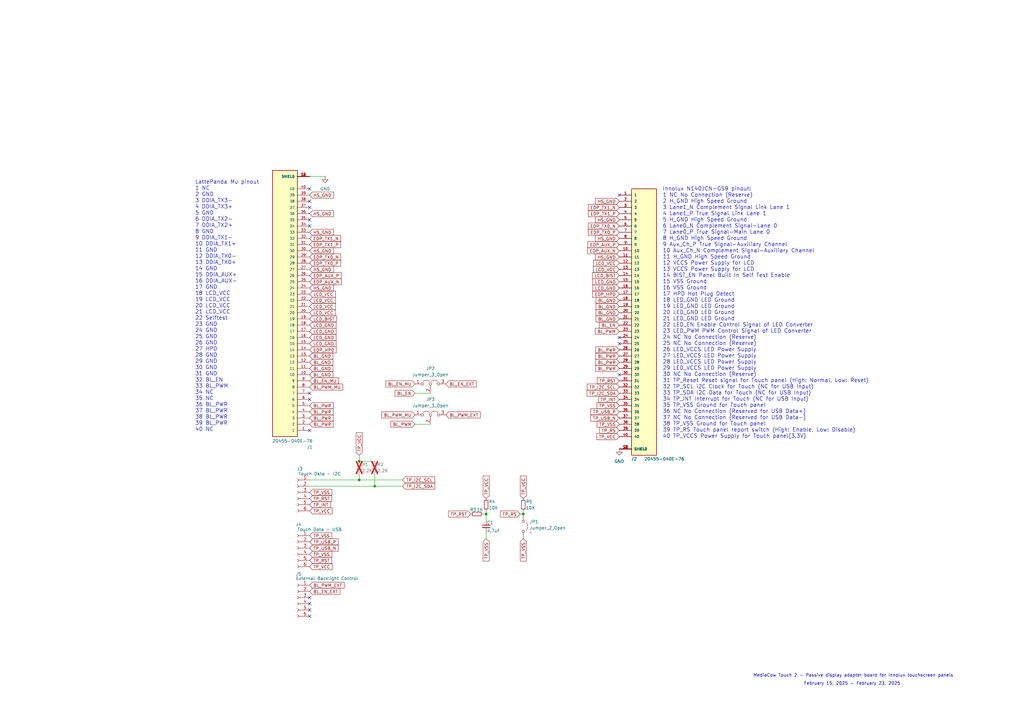
<source format=kicad_sch>
(kicad_sch (version 20231120) (generator "eeschema") (generator_version "8.0")
  (paper "A3")
  (lib_symbols
    (symbol "Connector:Conn_01x06_Socket" (pin_names (offset 1.016) hide)
      (property "Reference" "J" (at 0 7.62 0))
      (property "Value" "Conn_01x06_Socket" (at 0 -10.16 0))
      (symbol "Conn_01x06_Socket_1_1"
        (arc (start 0 -7.112) (mid -0.5058 -7.62) (end 0 -8.128) (stroke (width 0.1524)))
        (arc (start 0 -4.572) (mid -0.5058 -5.08) (end 0 -5.588) (stroke (width 0.1524)))
        (arc (start 0 -2.032) (mid -0.5058 -2.54) (end 0 -3.048) (stroke (width 0.1524)))
        (polyline (pts (xy -1.27 -7.62) (xy -0.508 -7.62)) (stroke (width 0.1524)))
        (polyline (pts (xy -1.27 -5.08) (xy -0.508 -5.08)) (stroke (width 0.1524)))
        (polyline (pts (xy -1.27 -2.54) (xy -0.508 -2.54)) (stroke (width 0.1524)))
        (polyline (pts (xy -1.27 0) (xy -0.508 0)) (stroke (width 0.1524)))
        (polyline (pts (xy -1.27 2.54) (xy -0.508 2.54)) (stroke (width 0.1524)))
        (polyline (pts (xy -1.27 5.08) (xy -0.508 5.08)) (stroke (width 0.1524)))
        (arc (start 0 0.508) (mid -0.5058 0) (end 0 -0.508) (stroke (width 0.1524)))
        (arc (start 0 3.048) (mid -0.5058 2.54) (end 0 2.032) (stroke (width 0.1524)))
        (arc (start 0 5.588) (mid -0.5058 5.08) (end 0 4.572) (stroke (width 0.1524)))
        (pin passive line (at -5.08 5.08 0) (length 3.81) (name "Pin_1") (number "1"))
        (pin passive line (at -5.08 2.54 0) (length 3.81) (name "Pin_2") (number "2"))
        (pin passive line (at -5.08 0 0) (length 3.81) (name "Pin_3") (number "3"))
        (pin passive line (at -5.08 -2.54 0) (length 3.81) (name "Pin_4") (number "4"))
        (pin passive line (at -5.08 -5.08 0) (length 3.81) (name "Pin_5") (number "5"))
        (pin passive line (at -5.08 -7.62 0) (length 3.81) (name "Pin_6") (number "6"))
      )
    )
    (symbol "Device:C_Small" (pin_numbers hide) (pin_names (offset 0.254) hide)
      (property "Reference" "C" (at 0.254 1.778 0))
      (property "Value" "C_Small" (at 0.254 -2.032 0))
      (symbol "C_Small_0_1"
        (polyline (pts (xy -1.524 -0.508) (xy 1.524 -0.508)) (stroke (width 0.3302)))
        (polyline (pts (xy -1.524 0.508) (xy 1.524 0.508)) (stroke (width 0.3048)))
      )
      (symbol "C_Small_1_1"
        (pin passive line (at 0 2.54 270) (length 2.032) (name "~") (number "1"))
        (pin passive line (at 0 -2.54 90) (length 2.032) (name "~") (number "2"))
      )
    )
    (symbol "Device:R_Small" (pin_numbers hide) (pin_names (offset 0.254) hide)
      (property "Reference" "R" (at 0.762 0.508 0))
      (property "Value" "R_Small" (at 0.762 -1.016 0))
      (symbol "R_Small_0_1"
        (rectangle (start -0.762 1.778) (end 0.762 -1.778) (stroke (width 0.2032)))
      )
      (symbol "R_Small_1_1"
        (pin passive line (at 0 2.54 270) (length 0.762) (name "~") (number "1"))
        (pin passive line (at 0 -2.54 90) (length 0.762) (name "~") (number "2"))
      )
    )
    (symbol "Jumper:Jumper_2_Open" (pin_numbers hide) (pin_names (offset 0) hide) (exclude_from_sim yes)
      (property "Reference" "JP" (at 0 2.794 0))
      (property "Value" "Jumper_2_Open" (at 0 -2.286 0))
      (symbol "Jumper_2_Open_0_0"
        (circle (center -2.032 0) (radius 0.508))
        (circle (center 2.032 0) (radius 0.508))
      )
      (symbol "Jumper_2_Open_0_1"
        (arc (start 1.524 1.27) (mid 0 1.778) (end -1.524 1.27))
      )
      (symbol "Jumper_2_Open_1_1"
        (pin passive line (at -5.08 0 0) (length 2.54) (name "A") (number "1"))
        (pin passive line (at 5.08 0 180) (length 2.54) (name "B") (number "2"))
      )
    )
    (symbol "Jumper:Jumper_3_Open" (pin_names (offset 0) hide) (exclude_from_sim yes) (in_bom no)
      (property "Reference" "JP" (at -2.54 -2.54 0))
      (property "Value" "Jumper_3_Open" (at 0 2.794 0))
      (symbol "Jumper_3_Open_0_0"
        (circle (center -3.302 0) (radius 0.508))
        (circle (center 0 0) (radius 0.508))
        (circle (center 3.302 0) (radius 0.508))
      )
      (symbol "Jumper_3_Open_0_1"
        (arc (start -0.254 1.016) (mid -1.651 1.4992) (end -3.048 1.016))
        (polyline (pts (xy 0 -0.508) (xy 0 -1.27)))
        (arc (start 3.048 1.016) (mid 1.651 1.4992) (end 0.254 1.016))
      )
      (symbol "Jumper_3_Open_1_1"
        (pin passive line (at -6.35 0 0) (length 2.54) (name "A") (number "1"))
        (pin passive line (at 0 -3.81 90) (length 2.54) (name "C") (number "2"))
        (pin passive line (at 6.35 0 180) (length 2.54) (name "B") (number "3"))
      )
    )
    (symbol "mediacow:20455-040E-76" (pin_names (offset 1.016))
      (property "Reference" "J" (at -5.08 54.102 0))
      (property "Value" "20455-040E-76" (at -5.08 -58.42 0))
      (symbol "20455-040E-76_0_0"
        (rectangle (start -5.08 -55.88) (end 5.08 53.34) (stroke (width 0.254)) (fill (type background)))
        (pin passive line (at -10.16 50.8 0) (length 5.08) (name "1") (number "1"))
        (pin passive line (at -10.16 27.94 0) (length 5.08) (name "10") (number "10"))
        (pin passive line (at -10.16 25.4 0) (length 5.08) (name "11") (number "11"))
        (pin passive line (at -10.16 22.86 0) (length 5.08) (name "12") (number "12"))
        (pin passive line (at -10.16 20.32 0) (length 5.08) (name "13") (number "13"))
        (pin passive line (at -10.16 17.78 0) (length 5.08) (name "14") (number "14"))
        (pin passive line (at -10.16 15.24 0) (length 5.08) (name "15") (number "15"))
        (pin passive line (at -10.16 12.7 0) (length 5.08) (name "16") (number "16"))
        (pin passive line (at -10.16 10.16 0) (length 5.08) (name "17") (number "17"))
        (pin passive line (at -10.16 7.62 0) (length 5.08) (name "18") (number "18"))
        (pin passive line (at -10.16 5.08 0) (length 5.08) (name "19") (number "19"))
        (pin passive line (at -10.16 48.26 0) (length 5.08) (name "2") (number "2"))
        (pin passive line (at -10.16 2.54 0) (length 5.08) (name "20") (number "20"))
        (pin passive line (at -10.16 0 0) (length 5.08) (name "21") (number "21"))
        (pin passive line (at -10.16 -2.54 0) (length 5.08) (name "22") (number "22"))
        (pin passive line (at -10.16 -5.08 0) (length 5.08) (name "23") (number "23"))
        (pin passive line (at -10.16 -7.62 0) (length 5.08) (name "24") (number "24"))
        (pin passive line (at -10.16 -10.16 0) (length 5.08) (name "25") (number "25"))
        (pin passive line (at -10.16 -12.7 0) (length 5.08) (name "26") (number "26"))
        (pin passive line (at -10.16 -15.24 0) (length 5.08) (name "27") (number "27"))
        (pin passive line (at -10.16 -17.78 0) (length 5.08) (name "28") (number "28"))
        (pin passive line (at -10.16 -20.32 0) (length 5.08) (name "29") (number "29"))
        (pin passive line (at -10.16 45.72 0) (length 5.08) (name "3") (number "3"))
        (pin passive line (at -10.16 -22.86 0) (length 5.08) (name "30") (number "30"))
        (pin passive line (at -10.16 -25.4 0) (length 5.08) (name "31") (number "31"))
        (pin passive line (at -10.16 -27.94 0) (length 5.08) (name "32") (number "32"))
        (pin passive line (at -10.16 -30.48 0) (length 5.08) (name "33") (number "33"))
        (pin passive line (at -10.16 -33.02 0) (length 5.08) (name "34") (number "34"))
        (pin passive line (at -10.16 -35.56 0) (length 5.08) (name "35") (number "35"))
        (pin passive line (at -10.16 -38.1 0) (length 5.08) (name "36") (number "36"))
        (pin passive line (at -10.16 -40.64 0) (length 5.08) (name "37") (number "37"))
        (pin passive line (at -10.16 -43.18 0) (length 5.08) (name "38") (number "38"))
        (pin passive line (at -10.16 -45.72 0) (length 5.08) (name "39") (number "39"))
        (pin passive line (at -10.16 43.18 0) (length 5.08) (name "4") (number "4"))
        (pin passive line (at -10.16 -48.26 0) (length 5.08) (name "40") (number "40"))
        (pin passive line (at -10.16 40.64 0) (length 5.08) (name "5") (number "5"))
        (pin passive line (at -10.16 38.1 0) (length 5.08) (name "6") (number "6"))
        (pin passive line (at -10.16 35.56 0) (length 5.08) (name "7") (number "7"))
        (pin passive line (at -10.16 33.02 0) (length 5.08) (name "8") (number "8"))
        (pin passive line (at -10.16 30.48 0) (length 5.08) (name "9") (number "9"))
        (pin passive line (at -10.16 -53.34 0) (length 5.08) (name "SHIELD") (number "S1"))
        (pin passive line (at -10.16 -53.34 0) (length 5.08) (name "SHIELD") (number "S2"))
        (pin passive line (at -10.16 -53.34 0) (length 5.08) (name "SHIELD") (number "S3"))
        (pin passive line (at -10.16 -53.34 0) (length 5.08) (name "SHIELD") (number "S4"))
      )
    )
    (symbol "power:GND" (power) (pin_numbers hide) (pin_names (offset 0) hide)
      (property "Value" "GND" (at 0 -3.81 0))
      (symbol "GND_0_1"
        (polyline (pts (xy 0 0) (xy 0 -1.27) (xy 1.27 -1.27) (xy 0 -2.54) (xy -1.27 -1.27) (xy 0 -1.27)))
      )
      (symbol "GND_1_1"
        (pin power_in line (at 0 0 270) (length 0) (name "~") (number "1"))
      )
    )
  )
  (junction (at 214.63 210.82))
  (junction (at 147.32 196.85))
  (junction (at 153.67 199.39))
  (junction (at 147.32 189.23))
  (junction (at 199.39 210.82))
  (no_connect (at 127 176.53))
  (no_connect (at 127 163.83))
  (no_connect (at 254 153.67))
  (no_connect (at 127 245.11))
  (no_connect (at 127 92.71))
  (no_connect (at 127 250.19))
  (no_connect (at 127 161.29))
  (no_connect (at 127 85.09))
  (no_connect (at 254 140.97))
  (no_connect (at 127 247.65))
  (no_connect (at 127 90.17))
  (no_connect (at 127 82.55))
  (no_connect (at 254 80.01))
  (no_connect (at 254 138.43))
  (no_connect (at 127 252.73))
  (no_connect (at 127 77.47))
  (wire (pts (xy 199.39 210.82) (xy 199.39 213.36)))
  (wire (pts (xy 213.36 210.82) (xy 214.63 210.82)))
  (wire (pts (xy 147.32 189.23) (xy 153.67 189.23)))
  (wire (pts (xy 147.32 196.85) (xy 127 196.85)))
  (wire (pts (xy 199.39 209.55) (xy 199.39 210.82)))
  (wire (pts (xy 153.67 194.31) (xy 153.67 199.39)))
  (wire (pts (xy 165.1 196.85) (xy 147.32 196.85)))
  (wire (pts (xy 170.18 173.99) (xy 176.53 173.99)))
  (wire (pts (xy 165.1 199.39) (xy 153.67 199.39)))
  (wire (pts (xy 153.67 199.39) (xy 127 199.39)))
  (wire (pts (xy 127 72.39) (xy 133.35 72.39)))
  (wire (pts (xy 198.12 210.82) (xy 199.39 210.82)))
  (wire (pts (xy 147.32 186.69) (xy 147.32 189.23)))
  (wire (pts (xy 170.18 161.29) (xy 176.53 161.29)))
  (wire (pts (xy 199.39 220.98) (xy 199.39 218.44)))
  (wire (pts (xy 214.63 210.82) (xy 214.63 209.55)))
  (wire (pts (xy 147.32 194.31) (xy 147.32 196.85)))
  (text "LattePanda Mu pinout\n1 NC\n2 GND\n3 DDIA_TX3-\n4 DDIA_TX3+\n5 GND\n6 DDIA_TX2-\n7 DDIA_TX2+\n8 GND\n9 DDIA_TX1-\n10 DDIA_TX1+\n11 GND\n12 DDIA_TX0-\n13 DDIA_TX0+\n14 GND\n15 DDIA_AUX+\n16 DDIA_AUX-\n17 GND\n18 LCD_VCC\n19 LCD_VCC\n20 LCD_VCC\n21 LCD_VCC\n22 Selftest\n23 GND\n24 GND\n25 GND\n26 GND\n27 HPD\n28 GND\n29 GND\n30 GND\n31 GND\n32 BL_EN\n33 BL_PWM\n34 NC\n35 NC\n36 BL_PWR\n37 BL_PWR\n38 BL_PWR\n39 BL_PWR\n40 NC\n" (at 80.01 125.476 0) (effects (font (size 1.5748 1.5748)) (justify left)))
  (text "MediaCow Touch 2 - Passive display adapter board for Innolux touchscreen panels" (at 350.012 277.114 0) (effects (font (size 1.27 1.27))))
  (text "February 15, 2025 - February 23, 2025" (at 349.504 280.416 0) (effects (font (size 1.27 1.27))))
  (text "Innolux N140JCN-GS9 pinout:\n1 NC No Connection (Reserve)\n2 H_GND High Speed Ground\n3 Lane1_N Complement Signal Link Lane 1\n4 Lane1_P True Signal Link Lane 1\n5 H_GND High Speed Ground\n6 Lane0_N Complement Signal-Lane 0\n7 Lane0_P True Signal-Main Lane 0\n8 H_GND High Speed Ground\n9 Aux_Ch_P True Signal-Auxiliary Channel\n10 Aux_Ch_N Complement Signal-Auxiliary Channel\n11 H_GND High Speed Ground\n12 VCCS Power Supply for LCD\n13 VCCS Power Supply for LCD\n14 BIST_EN Panel Built In Self Test Enable\n15 VSS Ground\n16 VSS Ground\n17 HPD Hot Plug Detect\n18 LED_GND LED Ground\n19 LED_GND LED Ground\n20 LED_GND LED Ground\n21 LED_GND LED Ground\n22 LED_EN Enable Control Signal of LED Converter\n23 LED_PWM PWM Control Signal of LED Converter\n24 NC No Connection (Reserve)\n25 NC No Connection (Reserve)\n26 LED_VCCS LED Power Supply\n27 LED_VCCS LED Power Supply\n28 LED_VCCS LED Power Supply\n29 LED_VCCS LED Power Supply\n30 NC No Connection (Reserve)\n31 TP_Reset Reset signal for Touch panel (High: Normal, Low: Reset)\n32 TP_SCL I2C Clock for Touch (NC for USB Input)\n33 TP_SDA I2C Data for Touch (NC for USB Input)\n34 TP_INT Interrupt for Touch (NC for USB Input)\n35 TP_VSS Ground for Touch panel\n36 NC No Connection (Reserved for USB Data+)\n37 NC No Connection (Reserved for USB Data-)\n38 TP_VSS Ground for Touch panel\n39 TP_RS Touch panel report switch (High: Enable, Low: Disable)\n40 TP_VCCS Power Supply for Touch panel(3.3V)\n" (at 271.78 128.27 0) (effects (font (size 1.5748 1.5748)) (justify left)))
  (global_label "BL_GND" (shape input) (at 127 151.13 0) (property "Intersheetrefs" "${INTERSHEET_REFS}" (effects (hide yes))))
  (global_label "HS_GND" (shape input) (at 254 97.79 180) (property "Intersheetrefs" "${INTERSHEET_REFS}" (effects (hide yes))))
  (global_label "HS_GND" (shape input) (at 127 102.87 0) (property "Intersheetrefs" "${INTERSHEET_REFS}" (effects (hide yes))))
  (global_label "BL_PWM" (shape input) (at 254 135.89 180) (property "Intersheetrefs" "${INTERSHEET_REFS}" (effects (hide yes))))
  (global_label "LCD_VCC" (shape input) (at 127 120.65 0) (property "Intersheetrefs" "${INTERSHEET_REFS}" (effects (hide yes))))
  (global_label "TP_USB_N" (shape input) (at 127 224.79 0) (property "Intersheetrefs" "${INTERSHEET_REFS}" (effects (hide yes))))
  (global_label "HS_GND" (shape input) (at 127 95.25 0) (property "Intersheetrefs" "${INTERSHEET_REFS}" (effects (hide yes))))
  (global_label "BL_GND" (shape input) (at 254 130.81 180) (property "Intersheetrefs" "${INTERSHEET_REFS}" (effects (hide yes))))
  (global_label "TP_RST" (shape input) (at 193.04 210.82 180) (property "Intersheetrefs" "${INTERSHEET_REFS}" (effects (hide yes))))
  (global_label "BL_PWM_MU" (shape input) (at 170.18 170.18 180) (property "Intersheetrefs" "${INTERSHEET_REFS}" (effects (hide yes))))
  (global_label "TP_RST" (shape input) (at 127 229.87 0) (property "Intersheetrefs" "${INTERSHEET_REFS}" (effects (hide yes))))
  (global_label "LCD_VCC" (shape input) (at 127 128.27 0) (property "Intersheetrefs" "${INTERSHEET_REFS}" (effects (hide yes))))
  (global_label "EDP_TX1_N" (shape input) (at 127 97.79 0) (property "Intersheetrefs" "${INTERSHEET_REFS}" (effects (hide yes))))
  (global_label "EDP_HPD" (shape input) (at 254 120.65 180) (property "Intersheetrefs" "${INTERSHEET_REFS}" (effects (hide yes))))
  (global_label "HS_GND" (shape input) (at 127 87.63 0) (property "Intersheetrefs" "${INTERSHEET_REFS}" (effects (hide yes))))
  (global_label "TP_RS" (shape input) (at 213.36 210.82 180) (property "Intersheetrefs" "${INTERSHEET_REFS}" (effects (hide yes))))
  (global_label "LCD_VCC" (shape input) (at 127 123.19 0) (property "Intersheetrefs" "${INTERSHEET_REFS}" (effects (hide yes))))
  (global_label "HS_GND" (shape input) (at 254 82.55 180) (property "Intersheetrefs" "${INTERSHEET_REFS}" (effects (hide yes))))
  (global_label "TP_VCC" (shape input) (at 147.32 186.69 90) (property "Intersheetrefs" "${INTERSHEET_REFS}" (effects (hide yes))))
  (global_label "EDP_TX0_P" (shape input) (at 254 95.25 180) (property "Intersheetrefs" "${INTERSHEET_REFS}" (effects (hide yes))))
  (global_label "LCD_VCC" (shape input) (at 254 107.95 180) (property "Intersheetrefs" "${INTERSHEET_REFS}" (effects (hide yes))))
  (global_label "EDP_TX0_P" (shape input) (at 127 107.95 0) (property "Intersheetrefs" "${INTERSHEET_REFS}" (effects (hide yes))))
  (global_label "BL_GND" (shape input) (at 127 146.05 0) (property "Intersheetrefs" "${INTERSHEET_REFS}" (effects (hide yes))))
  (global_label "LCD_GND" (shape input) (at 127 138.43 0) (property "Intersheetrefs" "${INTERSHEET_REFS}" (effects (hide yes))))
  (global_label "LCD_GND" (shape input) (at 254 115.57 180) (property "Intersheetrefs" "${INTERSHEET_REFS}" (effects (hide yes))))
  (global_label "TP_USB_P" (shape input) (at 254 168.91 180) (property "Intersheetrefs" "${INTERSHEET_REFS}" (effects (hide yes))))
  (global_label "BL_EN_MU" (shape input) (at 127 156.21 0) (property "Intersheetrefs" "${INTERSHEET_REFS}" (effects (hide yes))))
  (global_label "TP_RST" (shape input) (at 254 156.21 180) (property "Intersheetrefs" "${INTERSHEET_REFS}" (effects (hide yes))))
  (global_label "EDP_TX1_N" (shape input) (at 254 85.09 180) (property "Intersheetrefs" "${INTERSHEET_REFS}" (effects (hide yes))))
  (global_label "TP_VCC" (shape input) (at 254 179.07 180) (property "Intersheetrefs" "${INTERSHEET_REFS}" (effects (hide yes))))
  (global_label "LCD_BIST" (shape input) (at 127 130.81 0) (property "Intersheetrefs" "${INTERSHEET_REFS}" (effects (hide yes))))
  (global_label "EDP_AUX_P" (shape input) (at 127 113.03 0) (property "Intersheetrefs" "${INTERSHEET_REFS}" (effects (hide yes))))
  (global_label "HS_GND" (shape input) (at 127 118.11 0) (property "Intersheetrefs" "${INTERSHEET_REFS}" (effects (hide yes))))
  (global_label "TP_INT" (shape input) (at 127 207.01 0) (property "Intersheetrefs" "${INTERSHEET_REFS}" (effects (hide yes))))
  (global_label "TP_VSS" (shape input) (at 214.63 220.98 270) (property "Intersheetrefs" "${INTERSHEET_REFS}" (effects (hide yes))))
  (global_label "BL_PWM_EXT" (shape input) (at 182.88 170.18 0) (property "Intersheetrefs" "${INTERSHEET_REFS}" (effects (hide yes))))
  (global_label "HS_GND" (shape input) (at 254 90.17 180) (property "Intersheetrefs" "${INTERSHEET_REFS}" (effects (hide yes))))
  (global_label "TP_VSS" (shape input) (at 127 227.33 0) (property "Intersheetrefs" "${INTERSHEET_REFS}" (effects (hide yes))))
  (global_label "EDP_TX0_N" (shape input) (at 127 105.41 0) (property "Intersheetrefs" "${INTERSHEET_REFS}" (effects (hide yes))))
  (global_label "TP_USB_P" (shape input) (at 127 222.25 0) (property "Intersheetrefs" "${INTERSHEET_REFS}" (effects (hide yes))))
  (global_label "BL_GND" (shape input) (at 127 148.59 0) (property "Intersheetrefs" "${INTERSHEET_REFS}" (effects (hide yes))))
  (global_label "LCD_VCC" (shape input) (at 127 125.73 0) (property "Intersheetrefs" "${INTERSHEET_REFS}" (effects (hide yes))))
  (global_label "TP_INT" (shape input) (at 254 163.83 180) (property "Intersheetrefs" "${INTERSHEET_REFS}" (effects (hide yes))))
  (global_label "LCD_GND" (shape input) (at 127 135.89 0) (property "Intersheetrefs" "${INTERSHEET_REFS}" (effects (hide yes))))
  (global_label "BL_PWR" (shape input) (at 127 173.99 0) (property "Intersheetrefs" "${INTERSHEET_REFS}" (effects (hide yes))))
  (global_label "HS_GND" (shape input) (at 127 110.49 0) (property "Intersheetrefs" "${INTERSHEET_REFS}" (effects (hide yes))))
  (global_label "BL_PWR" (shape input) (at 127 166.37 0) (property "Intersheetrefs" "${INTERSHEET_REFS}" (effects (hide yes))))
  (global_label "TP_VSS" (shape input) (at 254 166.37 180) (property "Intersheetrefs" "${INTERSHEET_REFS}" (effects (hide yes))))
  (global_label "EDP_TX1_P" (shape input) (at 254 87.63 180) (property "Intersheetrefs" "${INTERSHEET_REFS}" (effects (hide yes))))
  (global_label "TP_VCC" (shape input) (at 127 209.55 0) (property "Intersheetrefs" "${INTERSHEET_REFS}" (effects (hide yes))))
  (global_label "BL_PWR" (shape input) (at 254 146.05 180) (property "Intersheetrefs" "${INTERSHEET_REFS}" (effects (hide yes))))
  (global_label "BL_GND" (shape input) (at 254 123.19 180) (property "Intersheetrefs" "${INTERSHEET_REFS}" (effects (hide yes))))
  (global_label "TP_VSS" (shape input) (at 127 219.71 0) (property "Intersheetrefs" "${INTERSHEET_REFS}" (effects (hide yes))))
  (global_label "TP_I2C_SDA" (shape input) (at 254 161.29 180) (property "Intersheetrefs" "${INTERSHEET_REFS}" (effects (hide yes))))
  (global_label "TP_VCC" (shape input) (at 214.63 204.47 90) (property "Intersheetrefs" "${INTERSHEET_REFS}" (effects (hide yes))))
  (global_label "TP_RS" (shape input) (at 254 176.53 180) (property "Intersheetrefs" "${INTERSHEET_REFS}" (effects (hide yes))))
  (global_label "EDP_TX1_P" (shape input) (at 127 100.33 0) (property "Intersheetrefs" "${INTERSHEET_REFS}" (effects (hide yes))))
  (global_label "TP_I2C_SDA" (shape input) (at 165.1 199.39 0) (property "Intersheetrefs" "${INTERSHEET_REFS}" (effects (hide yes))))
  (global_label "BL_EN" (shape input) (at 170.18 161.29 180) (property "Intersheetrefs" "${INTERSHEET_REFS}" (effects (hide yes))))
  (global_label "LCD_VCC" (shape input) (at 254 110.49 180) (property "Intersheetrefs" "${INTERSHEET_REFS}" (effects (hide yes))))
  (global_label "TP_USB_N" (shape input) (at 254 171.45 180) (property "Intersheetrefs" "${INTERSHEET_REFS}" (effects (hide yes))))
  (global_label "TP_VSS" (shape input) (at 199.39 220.98 270) (property "Intersheetrefs" "${INTERSHEET_REFS}" (effects (hide yes))))
  (global_label "BL_GND" (shape input) (at 254 125.73 180) (property "Intersheetrefs" "${INTERSHEET_REFS}" (effects (hide yes))))
  (global_label "BL_PWR" (shape input) (at 127 171.45 0) (property "Intersheetrefs" "${INTERSHEET_REFS}" (effects (hide yes))))
  (global_label "TP_I2C_SCL" (shape input) (at 254 158.75 180) (property "Intersheetrefs" "${INTERSHEET_REFS}" (effects (hide yes))))
  (global_label "LCD_GND" (shape input) (at 254 118.11 180) (property "Intersheetrefs" "${INTERSHEET_REFS}" (effects (hide yes))))
  (global_label "BL_EN_MU" (shape input) (at 170.18 157.48 180) (property "Intersheetrefs" "${INTERSHEET_REFS}" (effects (hide yes))))
  (global_label "BL_PWR" (shape input) (at 127 168.91 0) (property "Intersheetrefs" "${INTERSHEET_REFS}" (effects (hide yes))))
  (global_label "TP_I2C_SCL" (shape input) (at 165.1 196.85 0) (property "Intersheetrefs" "${INTERSHEET_REFS}" (effects (hide yes))))
  (global_label "HS_GND" (shape input) (at 127 80.01 0) (property "Intersheetrefs" "${INTERSHEET_REFS}" (effects (hide yes))))
  (global_label "LCD_GND" (shape input) (at 127 140.97 0) (property "Intersheetrefs" "${INTERSHEET_REFS}" (effects (hide yes))))
  (global_label "LCD_BIST" (shape input) (at 254 113.03 180) (property "Intersheetrefs" "${INTERSHEET_REFS}" (effects (hide yes))))
  (global_label "TP_RST" (shape input) (at 127 204.47 0) (property "Intersheetrefs" "${INTERSHEET_REFS}" (effects (hide yes))))
  (global_label "BL_PWR" (shape input) (at 254 148.59 180) (property "Intersheetrefs" "${INTERSHEET_REFS}" (effects (hide yes))))
  (global_label "TP_VCC" (shape input) (at 127 232.41 0) (property "Intersheetrefs" "${INTERSHEET_REFS}" (effects (hide yes))))
  (global_label "BL_GND" (shape input) (at 254 128.27 180) (property "Intersheetrefs" "${INTERSHEET_REFS}" (effects (hide yes))))
  (global_label "TP_VSS" (shape input) (at 254 173.99 180) (property "Intersheetrefs" "${INTERSHEET_REFS}" (effects (hide yes))))
  (global_label "BL_EN_EXT" (shape input) (at 182.88 157.48 0) (property "Intersheetrefs" "${INTERSHEET_REFS}" (effects (hide yes))))
  (global_label "BL_EN_EXT" (shape input) (at 127 242.57 0) (property "Intersheetrefs" "${INTERSHEET_REFS}" (effects (hide yes))))
  (global_label "EDP_HPD" (shape input) (at 127 143.51 0) (property "Intersheetrefs" "${INTERSHEET_REFS}" (effects (hide yes))))
  (global_label "HS_GND" (shape input) (at 254 105.41 180) (property "Intersheetrefs" "${INTERSHEET_REFS}" (effects (hide yes))))
  (global_label "BL_PWR" (shape input) (at 254 143.51 180) (property "Intersheetrefs" "${INTERSHEET_REFS}" (effects (hide yes))))
  (global_label "BL_GND" (shape input) (at 127 153.67 0) (property "Intersheetrefs" "${INTERSHEET_REFS}" (effects (hide yes))))
  (global_label "BL_EN" (shape input) (at 254 133.35 180) (property "Intersheetrefs" "${INTERSHEET_REFS}" (effects (hide yes))))
  (global_label "EDP_AUX_P" (shape input) (at 254 100.33 180) (property "Intersheetrefs" "${INTERSHEET_REFS}" (effects (hide yes))))
  (global_label "BL_PWM" (shape input) (at 170.18 173.99 180) (property "Intersheetrefs" "${INTERSHEET_REFS}" (effects (hide yes))))
  (global_label "EDP_AUX_N" (shape input) (at 254 102.87 180) (property "Intersheetrefs" "${INTERSHEET_REFS}" (effects (hide yes))))
  (global_label "TP_VCC" (shape input) (at 199.39 204.47 90) (property "Intersheetrefs" "${INTERSHEET_REFS}" (effects (hide yes))))
  (global_label "EDP_TX0_N" (shape input) (at 254 92.71 180) (property "Intersheetrefs" "${INTERSHEET_REFS}" (effects (hide yes))))
  (global_label "TP_VSS" (shape input) (at 127 201.93 0) (property "Intersheetrefs" "${INTERSHEET_REFS}" (effects (hide yes))))
  (global_label "BL_PWM_MU" (shape input) (at 127 158.75 0) (property "Intersheetrefs" "${INTERSHEET_REFS}" (effects (hide yes))))
  (global_label "BL_PWM_EXT" (shape input) (at 127 240.03 0) (property "Intersheetrefs" "${INTERSHEET_REFS}" (effects (hide yes))))
  (global_label "LCD_GND" (shape input) (at 127 133.35 0) (property "Intersheetrefs" "${INTERSHEET_REFS}" (effects (hide yes))))
  (global_label "BL_PWR" (shape input) (at 254 151.13 180) (property "Intersheetrefs" "${INTERSHEET_REFS}" (effects (hide yes))))
  (global_label "EDP_AUX_N" (shape input) (at 127 115.57 0) (property "Intersheetrefs" "${INTERSHEET_REFS}" (effects (hide yes))))
  (symbol (lib_id "power:GND") (at 254 184.15 0) (unit 1)
    (property "Reference" "#PWR02" (effects (hide yes)))
    (property "Value" "GND" (at 254 189.23 0))
    (property "Description" "Power symbol creates a global label with name \"GND\" , ground" (effects (hide yes)))
  )
  (symbol (lib_id "power:GND") (at 133.35 72.39 0) (unit 1)
    (property "Reference" "#PWR01" (effects (hide yes)))
    (property "Value" "GND" (at 133.35 77.47 0))
    (property "Description" "Power symbol creates a global label with name \"GND\" , ground" (effects (hide yes)))
  )
  (symbol (lib_id "Jumper:Jumper_3_Open") (at 176.53 170.18 0) (unit 1) (exclude_from_sim yes) (in_bom no)
    (property "Reference" "JP3" (at 176.53 163.83 0))
    (property "Value" "Jumper_3_Open" (at 176.53 166.37 0))
    (property "Footprint" "Jumper:SolderJumper-3_P1.3mm_Open_Pad1.0x1.5mm" (effects (hide yes)))
    (property "Description" "Jumper, 3-pole, both open" (effects (hide yes)))
  )
  (symbol (lib_id "Jumper:Jumper_3_Open") (at 176.53 157.48 0) (unit 1) (exclude_from_sim yes) (in_bom no)
    (property "Reference" "JP2" (at 176.53 151.13 0))
    (property "Value" "Jumper_3_Open" (at 176.53 153.67 0))
    (property "Footprint" "Jumper:SolderJumper-3_P1.3mm_Open_Pad1.0x1.5mm" (effects (hide yes)))
    (property "Description" "Jumper, 3-pole, both open" (effects (hide yes)))
  )
  (symbol (lib_id "mediacow:20455-040E-76") (at 264.16 130.81 0) (unit 1)
    (property "Reference" "J2" (at 258.826 188.214 0) (effects (justify left)))
    (property "Value" "20455-040E-76" (at 264.16 188.214 0) (effects (justify left)))
    (property "Footprint" "MediaCow:IPEX_20455-040E-76" (effects (hide yes)))
    (property "Package" "None" (effects (hide yes)))
  )
  (symbol (lib_id "Connector:Conn_01x06_Socket") (at 121.92 224.79 0) (mirror y) (unit 1)
    (property "Reference" "J4" (at 122.428 215.138 0))
    (property "Value" "Touch Data - USB" (at 131.064 217.17 0))
    (property "Footprint" "Connector_FFC-FPC:TE_0-1734839-6_1x06-1MP_P0.5mm_Horizontal" (effects (hide yes)))
    (property "Description" "Generic connector, single row, 01x06, script generated" (effects (hide yes)))
  )
  (symbol (lib_id "Device:R_Small") (at 147.32 191.77 0) (unit 1) (dnp yes)
    (property "Reference" "R1" (at 148.336 190.5 0) (effects (justify left)))
    (property "Value" "2.2K" (at 148.336 193.04 0) (effects (justify left)))
    (property "Footprint" "Resistor_SMD:R_0603_1608Metric" (effects (hide yes)))
    (property "Description" "Resistor, small symbol" (effects (hide yes)))
  )
  (symbol (lib_id "Device:C_Small") (at 199.39 215.9 0) (unit 1)
    (property "Reference" "C1" (at 199.644 214.376 0) (effects (justify left)))
    (property "Value" "4.7uF" (at 199.644 217.678 0) (effects (justify left)))
    (property "Footprint" "Capacitor_SMD:C_0603_1608Metric" (effects (hide yes)))
    (property "Description" "Unpolarized capacitor, small symbol" (effects (hide yes)))
  )
  (symbol (lib_id "Connector:Conn_01x06_Socket") (at 121.92 245.11 0) (mirror y) (unit 1)
    (property "Reference" "J5" (at 122.428 235.458 0))
    (property "Value" "External Backlight Control" (at 134.112 237.236 0))
    (property "Footprint" "Connector_FFC-FPC:TE_0-1734839-6_1x06-1MP_P0.5mm_Horizontal" (effects (hide yes)))
    (property "Description" "Generic connector, single row, 01x06, script generated" (effects (hide yes)))
  )
  (symbol (lib_id "Device:R_Small") (at 214.63 207.01 0) (unit 1)
    (property "Reference" "R5" (at 215.646 205.74 0) (effects (justify left)))
    (property "Value" "10K" (at 215.646 208.28 0) (effects (justify left)))
    (property "Footprint" "Resistor_SMD:R_0603_1608Metric" (effects (hide yes)))
    (property "Description" "Resistor, small symbol" (effects (hide yes)))
  )
  (symbol (lib_id "Device:R_Small") (at 195.58 210.82 90) (unit 1)
    (property "Reference" "R3" (at 194.056 209.042 90))
    (property "Value" "1K" (at 196.85 209.042 90))
    (property "Footprint" "Resistor_SMD:R_0603_1608Metric" (effects (hide yes)))
    (property "Description" "Resistor, small symbol" (effects (hide yes)))
  )
  (symbol (lib_id "Jumper:Jumper_2_Open") (at 214.63 215.9 270) (unit 1) (exclude_from_sim yes)
    (property "Reference" "JP1" (at 217.17 213.9949 90) (effects (justify left)))
    (property "Value" "Jumper_2_Open" (at 217.17 216.5349 90) (effects (justify left)))
    (property "Footprint" "Jumper:SolderJumper-2_P1.3mm_Open_Pad1.0x1.5mm" (effects (hide yes)))
    (property "Datasheet" "~" (at 217.17 218.44 90) (effects (justify left)))
    (property "Description" "Jumper, 2-pole, open" (effects (hide yes)))
  )
  (symbol (lib_id "mediacow:20455-040E-76") (at 116.84 125.73 180) (unit 1)
    (property "Reference" "J1" (at 128.27 183.388 0) (effects (justify left)))
    (property "Value" "20455-040E-76" (at 128.27 180.848 0) (effects (justify left)))
    (property "Footprint" "MediaCow:IPEX_20455-040E-76" (effects (hide yes)))
    (property "Package" "None" (effects (hide yes)))
  )
  (symbol (lib_id "Device:R_Small") (at 153.67 191.77 0) (unit 1) (dnp yes)
    (property "Reference" "R2" (at 154.686 190.5 0) (effects (justify left)))
    (property "Value" "2.2K" (at 154.686 193.04 0) (effects (justify left)))
    (property "Footprint" "Resistor_SMD:R_0603_1608Metric" (effects (hide yes)))
    (property "Description" "Resistor, small symbol" (effects (hide yes)))
  )
  (symbol (lib_id "Device:R_Small") (at 199.39 207.01 0) (unit 1)
    (property "Reference" "R4" (at 200.406 205.74 0) (effects (justify left)))
    (property "Value" "10K" (at 200.406 208.28 0) (effects (justify left)))
    (property "Footprint" "Resistor_SMD:R_0603_1608Metric" (effects (hide yes)))
    (property "Description" "Resistor, small symbol" (effects (hide yes)))
  )
  (symbol (lib_id "Connector:Conn_01x06_Socket") (at 121.92 201.93 0) (mirror y) (unit 1)
    (property "Reference" "J3" (at 122.936 192.278 0))
    (property "Value" "Touch Data - I2C" (at 131.064 194.31 0))
    (property "Footprint" "Connector_FFC-FPC:TE_0-1734839-6_1x06-1MP_P0.5mm_Horizontal" (effects (hide yes)))
    (property "Description" "Generic connector, single row, 01x06, script generated" (effects (hide yes)))
  )
)
</source>
